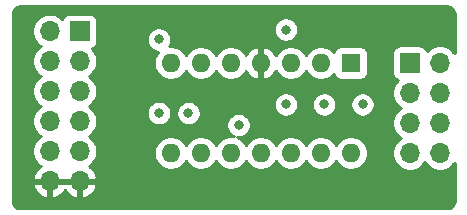
<source format=gbr>
G04 #@! TF.GenerationSoftware,KiCad,Pcbnew,5.1.10-1.fc33*
G04 #@! TF.CreationDate,2021-10-10T15:30:15-05:00*
G04 #@! TF.ProjectId,dac_pmod,6461635f-706d-46f6-942e-6b696361645f,A*
G04 #@! TF.SameCoordinates,Original*
G04 #@! TF.FileFunction,Copper,L3,Inr*
G04 #@! TF.FilePolarity,Positive*
%FSLAX46Y46*%
G04 Gerber Fmt 4.6, Leading zero omitted, Abs format (unit mm)*
G04 Created by KiCad (PCBNEW 5.1.10-1.fc33) date 2021-10-10 15:30:15*
%MOMM*%
%LPD*%
G01*
G04 APERTURE LIST*
G04 #@! TA.AperFunction,ComponentPad*
%ADD10O,1.600000X1.600000*%
G04 #@! TD*
G04 #@! TA.AperFunction,ComponentPad*
%ADD11R,1.600000X1.600000*%
G04 #@! TD*
G04 #@! TA.AperFunction,ComponentPad*
%ADD12O,1.700000X1.700000*%
G04 #@! TD*
G04 #@! TA.AperFunction,ComponentPad*
%ADD13R,1.700000X1.700000*%
G04 #@! TD*
G04 #@! TA.AperFunction,ViaPad*
%ADD14C,0.800000*%
G04 #@! TD*
G04 #@! TA.AperFunction,Conductor*
%ADD15C,0.254000*%
G04 #@! TD*
G04 #@! TA.AperFunction,Conductor*
%ADD16C,0.100000*%
G04 #@! TD*
G04 APERTURE END LIST*
D10*
X153750000Y-95620000D03*
X138510000Y-88000000D03*
X151210000Y-95620000D03*
X141050000Y-88000000D03*
X148670000Y-95620000D03*
X143590000Y-88000000D03*
X146130000Y-95620000D03*
X146130000Y-88000000D03*
X143590000Y-95620000D03*
X148670000Y-88000000D03*
X141050000Y-95620000D03*
X151210000Y-88000000D03*
X138510000Y-95620000D03*
D11*
X153750000Y-88000000D03*
D12*
X161290000Y-95620000D03*
X158750000Y-95620000D03*
X161290000Y-93080000D03*
X158750000Y-93080000D03*
X161290000Y-90540000D03*
X158750000Y-90540000D03*
X161290000Y-88000000D03*
D13*
X158750000Y-88000000D03*
D12*
X128255000Y-98005000D03*
X130795000Y-98005000D03*
X128255000Y-95465000D03*
X130795000Y-95465000D03*
X128255000Y-92925000D03*
X130795000Y-92925000D03*
X128255000Y-90385000D03*
X130795000Y-90385000D03*
X128255000Y-87845000D03*
X130795000Y-87845000D03*
X128255000Y-85305000D03*
D13*
X130795000Y-85305000D03*
D14*
X137500000Y-86000000D03*
X137500000Y-92250000D03*
X140000000Y-92250000D03*
X144250000Y-93250000D03*
X148250000Y-91500000D03*
X151500000Y-91500000D03*
X154750000Y-91500000D03*
X148250000Y-85175000D03*
D15*
X162042869Y-83224722D02*
X162156246Y-83258953D01*
X162260819Y-83314555D01*
X162352596Y-83389407D01*
X162428091Y-83480664D01*
X162484419Y-83584844D01*
X162519440Y-83697976D01*
X162535001Y-83846031D01*
X162535001Y-87190346D01*
X162443475Y-87053368D01*
X162236632Y-86846525D01*
X161993411Y-86684010D01*
X161723158Y-86572068D01*
X161436260Y-86515000D01*
X161143740Y-86515000D01*
X160856842Y-86572068D01*
X160586589Y-86684010D01*
X160343368Y-86846525D01*
X160211513Y-86978380D01*
X160189502Y-86905820D01*
X160130537Y-86795506D01*
X160051185Y-86698815D01*
X159954494Y-86619463D01*
X159844180Y-86560498D01*
X159724482Y-86524188D01*
X159600000Y-86511928D01*
X157900000Y-86511928D01*
X157775518Y-86524188D01*
X157655820Y-86560498D01*
X157545506Y-86619463D01*
X157448815Y-86698815D01*
X157369463Y-86795506D01*
X157310498Y-86905820D01*
X157274188Y-87025518D01*
X157261928Y-87150000D01*
X157261928Y-88850000D01*
X157274188Y-88974482D01*
X157310498Y-89094180D01*
X157369463Y-89204494D01*
X157448815Y-89301185D01*
X157545506Y-89380537D01*
X157655820Y-89439502D01*
X157728380Y-89461513D01*
X157596525Y-89593368D01*
X157434010Y-89836589D01*
X157322068Y-90106842D01*
X157265000Y-90393740D01*
X157265000Y-90686260D01*
X157322068Y-90973158D01*
X157434010Y-91243411D01*
X157596525Y-91486632D01*
X157803368Y-91693475D01*
X157977760Y-91810000D01*
X157803368Y-91926525D01*
X157596525Y-92133368D01*
X157434010Y-92376589D01*
X157322068Y-92646842D01*
X157265000Y-92933740D01*
X157265000Y-93226260D01*
X157322068Y-93513158D01*
X157434010Y-93783411D01*
X157596525Y-94026632D01*
X157803368Y-94233475D01*
X157977760Y-94350000D01*
X157803368Y-94466525D01*
X157596525Y-94673368D01*
X157434010Y-94916589D01*
X157322068Y-95186842D01*
X157265000Y-95473740D01*
X157265000Y-95766260D01*
X157322068Y-96053158D01*
X157434010Y-96323411D01*
X157596525Y-96566632D01*
X157803368Y-96773475D01*
X158046589Y-96935990D01*
X158316842Y-97047932D01*
X158603740Y-97105000D01*
X158896260Y-97105000D01*
X159183158Y-97047932D01*
X159453411Y-96935990D01*
X159696632Y-96773475D01*
X159903475Y-96566632D01*
X160020000Y-96392240D01*
X160136525Y-96566632D01*
X160343368Y-96773475D01*
X160586589Y-96935990D01*
X160856842Y-97047932D01*
X161143740Y-97105000D01*
X161436260Y-97105000D01*
X161723158Y-97047932D01*
X161993411Y-96935990D01*
X162236632Y-96773475D01*
X162443475Y-96566632D01*
X162535000Y-96429655D01*
X162535000Y-99662721D01*
X162520278Y-99812869D01*
X162486047Y-99926246D01*
X162430446Y-100030817D01*
X162355594Y-100122595D01*
X162264335Y-100198091D01*
X162160160Y-100254419D01*
X162047024Y-100289440D01*
X161898979Y-100305000D01*
X125762279Y-100305000D01*
X125612131Y-100290278D01*
X125498754Y-100256047D01*
X125394183Y-100200446D01*
X125302405Y-100125594D01*
X125226909Y-100034335D01*
X125170581Y-99930160D01*
X125135560Y-99817024D01*
X125120000Y-99668979D01*
X125120000Y-98361890D01*
X126813524Y-98361890D01*
X126858175Y-98509099D01*
X126983359Y-98771920D01*
X127157412Y-99005269D01*
X127373645Y-99200178D01*
X127623748Y-99349157D01*
X127898109Y-99446481D01*
X128128000Y-99325814D01*
X128128000Y-98132000D01*
X128382000Y-98132000D01*
X128382000Y-99325814D01*
X128611891Y-99446481D01*
X128886252Y-99349157D01*
X129136355Y-99200178D01*
X129352588Y-99005269D01*
X129525000Y-98774120D01*
X129697412Y-99005269D01*
X129913645Y-99200178D01*
X130163748Y-99349157D01*
X130438109Y-99446481D01*
X130668000Y-99325814D01*
X130668000Y-98132000D01*
X130922000Y-98132000D01*
X130922000Y-99325814D01*
X131151891Y-99446481D01*
X131426252Y-99349157D01*
X131676355Y-99200178D01*
X131892588Y-99005269D01*
X132066641Y-98771920D01*
X132191825Y-98509099D01*
X132236476Y-98361890D01*
X132115155Y-98132000D01*
X130922000Y-98132000D01*
X130668000Y-98132000D01*
X128382000Y-98132000D01*
X128128000Y-98132000D01*
X126934845Y-98132000D01*
X126813524Y-98361890D01*
X125120000Y-98361890D01*
X125120000Y-85158740D01*
X126770000Y-85158740D01*
X126770000Y-85451260D01*
X126827068Y-85738158D01*
X126939010Y-86008411D01*
X127101525Y-86251632D01*
X127308368Y-86458475D01*
X127482760Y-86575000D01*
X127308368Y-86691525D01*
X127101525Y-86898368D01*
X126939010Y-87141589D01*
X126827068Y-87411842D01*
X126770000Y-87698740D01*
X126770000Y-87991260D01*
X126827068Y-88278158D01*
X126939010Y-88548411D01*
X127101525Y-88791632D01*
X127308368Y-88998475D01*
X127482760Y-89115000D01*
X127308368Y-89231525D01*
X127101525Y-89438368D01*
X126939010Y-89681589D01*
X126827068Y-89951842D01*
X126770000Y-90238740D01*
X126770000Y-90531260D01*
X126827068Y-90818158D01*
X126939010Y-91088411D01*
X127101525Y-91331632D01*
X127308368Y-91538475D01*
X127482760Y-91655000D01*
X127308368Y-91771525D01*
X127101525Y-91978368D01*
X126939010Y-92221589D01*
X126827068Y-92491842D01*
X126770000Y-92778740D01*
X126770000Y-93071260D01*
X126827068Y-93358158D01*
X126939010Y-93628411D01*
X127101525Y-93871632D01*
X127308368Y-94078475D01*
X127482760Y-94195000D01*
X127308368Y-94311525D01*
X127101525Y-94518368D01*
X126939010Y-94761589D01*
X126827068Y-95031842D01*
X126770000Y-95318740D01*
X126770000Y-95611260D01*
X126827068Y-95898158D01*
X126939010Y-96168411D01*
X127101525Y-96411632D01*
X127308368Y-96618475D01*
X127490534Y-96740195D01*
X127373645Y-96809822D01*
X127157412Y-97004731D01*
X126983359Y-97238080D01*
X126858175Y-97500901D01*
X126813524Y-97648110D01*
X126934845Y-97878000D01*
X128128000Y-97878000D01*
X128128000Y-97858000D01*
X128382000Y-97858000D01*
X128382000Y-97878000D01*
X130668000Y-97878000D01*
X130668000Y-97858000D01*
X130922000Y-97858000D01*
X130922000Y-97878000D01*
X132115155Y-97878000D01*
X132236476Y-97648110D01*
X132191825Y-97500901D01*
X132066641Y-97238080D01*
X131892588Y-97004731D01*
X131676355Y-96809822D01*
X131559466Y-96740195D01*
X131741632Y-96618475D01*
X131948475Y-96411632D01*
X132110990Y-96168411D01*
X132222932Y-95898158D01*
X132280000Y-95611260D01*
X132280000Y-95478665D01*
X137075000Y-95478665D01*
X137075000Y-95761335D01*
X137130147Y-96038574D01*
X137238320Y-96299727D01*
X137395363Y-96534759D01*
X137595241Y-96734637D01*
X137830273Y-96891680D01*
X138091426Y-96999853D01*
X138368665Y-97055000D01*
X138651335Y-97055000D01*
X138928574Y-96999853D01*
X139189727Y-96891680D01*
X139424759Y-96734637D01*
X139624637Y-96534759D01*
X139780000Y-96302241D01*
X139935363Y-96534759D01*
X140135241Y-96734637D01*
X140370273Y-96891680D01*
X140631426Y-96999853D01*
X140908665Y-97055000D01*
X141191335Y-97055000D01*
X141468574Y-96999853D01*
X141729727Y-96891680D01*
X141964759Y-96734637D01*
X142164637Y-96534759D01*
X142320000Y-96302241D01*
X142475363Y-96534759D01*
X142675241Y-96734637D01*
X142910273Y-96891680D01*
X143171426Y-96999853D01*
X143448665Y-97055000D01*
X143731335Y-97055000D01*
X144008574Y-96999853D01*
X144269727Y-96891680D01*
X144504759Y-96734637D01*
X144704637Y-96534759D01*
X144860000Y-96302241D01*
X145015363Y-96534759D01*
X145215241Y-96734637D01*
X145450273Y-96891680D01*
X145711426Y-96999853D01*
X145988665Y-97055000D01*
X146271335Y-97055000D01*
X146548574Y-96999853D01*
X146809727Y-96891680D01*
X147044759Y-96734637D01*
X147244637Y-96534759D01*
X147400000Y-96302241D01*
X147555363Y-96534759D01*
X147755241Y-96734637D01*
X147990273Y-96891680D01*
X148251426Y-96999853D01*
X148528665Y-97055000D01*
X148811335Y-97055000D01*
X149088574Y-96999853D01*
X149349727Y-96891680D01*
X149584759Y-96734637D01*
X149784637Y-96534759D01*
X149940000Y-96302241D01*
X150095363Y-96534759D01*
X150295241Y-96734637D01*
X150530273Y-96891680D01*
X150791426Y-96999853D01*
X151068665Y-97055000D01*
X151351335Y-97055000D01*
X151628574Y-96999853D01*
X151889727Y-96891680D01*
X152124759Y-96734637D01*
X152324637Y-96534759D01*
X152480000Y-96302241D01*
X152635363Y-96534759D01*
X152835241Y-96734637D01*
X153070273Y-96891680D01*
X153331426Y-96999853D01*
X153608665Y-97055000D01*
X153891335Y-97055000D01*
X154168574Y-96999853D01*
X154429727Y-96891680D01*
X154664759Y-96734637D01*
X154864637Y-96534759D01*
X155021680Y-96299727D01*
X155129853Y-96038574D01*
X155185000Y-95761335D01*
X155185000Y-95478665D01*
X155129853Y-95201426D01*
X155021680Y-94940273D01*
X154864637Y-94705241D01*
X154664759Y-94505363D01*
X154429727Y-94348320D01*
X154168574Y-94240147D01*
X153891335Y-94185000D01*
X153608665Y-94185000D01*
X153331426Y-94240147D01*
X153070273Y-94348320D01*
X152835241Y-94505363D01*
X152635363Y-94705241D01*
X152480000Y-94937759D01*
X152324637Y-94705241D01*
X152124759Y-94505363D01*
X151889727Y-94348320D01*
X151628574Y-94240147D01*
X151351335Y-94185000D01*
X151068665Y-94185000D01*
X150791426Y-94240147D01*
X150530273Y-94348320D01*
X150295241Y-94505363D01*
X150095363Y-94705241D01*
X149940000Y-94937759D01*
X149784637Y-94705241D01*
X149584759Y-94505363D01*
X149349727Y-94348320D01*
X149088574Y-94240147D01*
X148811335Y-94185000D01*
X148528665Y-94185000D01*
X148251426Y-94240147D01*
X147990273Y-94348320D01*
X147755241Y-94505363D01*
X147555363Y-94705241D01*
X147400000Y-94937759D01*
X147244637Y-94705241D01*
X147044759Y-94505363D01*
X146809727Y-94348320D01*
X146548574Y-94240147D01*
X146271335Y-94185000D01*
X145988665Y-94185000D01*
X145711426Y-94240147D01*
X145450273Y-94348320D01*
X145215241Y-94505363D01*
X145015363Y-94705241D01*
X144860000Y-94937759D01*
X144704637Y-94705241D01*
X144504759Y-94505363D01*
X144269727Y-94348320D01*
X144088032Y-94273060D01*
X144148061Y-94285000D01*
X144351939Y-94285000D01*
X144551898Y-94245226D01*
X144740256Y-94167205D01*
X144909774Y-94053937D01*
X145053937Y-93909774D01*
X145167205Y-93740256D01*
X145245226Y-93551898D01*
X145285000Y-93351939D01*
X145285000Y-93148061D01*
X145245226Y-92948102D01*
X145167205Y-92759744D01*
X145053937Y-92590226D01*
X144909774Y-92446063D01*
X144740256Y-92332795D01*
X144551898Y-92254774D01*
X144351939Y-92215000D01*
X144148061Y-92215000D01*
X143948102Y-92254774D01*
X143759744Y-92332795D01*
X143590226Y-92446063D01*
X143446063Y-92590226D01*
X143332795Y-92759744D01*
X143254774Y-92948102D01*
X143215000Y-93148061D01*
X143215000Y-93351939D01*
X143254774Y-93551898D01*
X143332795Y-93740256D01*
X143446063Y-93909774D01*
X143590226Y-94053937D01*
X143759744Y-94167205D01*
X143868642Y-94212312D01*
X143731335Y-94185000D01*
X143448665Y-94185000D01*
X143171426Y-94240147D01*
X142910273Y-94348320D01*
X142675241Y-94505363D01*
X142475363Y-94705241D01*
X142320000Y-94937759D01*
X142164637Y-94705241D01*
X141964759Y-94505363D01*
X141729727Y-94348320D01*
X141468574Y-94240147D01*
X141191335Y-94185000D01*
X140908665Y-94185000D01*
X140631426Y-94240147D01*
X140370273Y-94348320D01*
X140135241Y-94505363D01*
X139935363Y-94705241D01*
X139780000Y-94937759D01*
X139624637Y-94705241D01*
X139424759Y-94505363D01*
X139189727Y-94348320D01*
X138928574Y-94240147D01*
X138651335Y-94185000D01*
X138368665Y-94185000D01*
X138091426Y-94240147D01*
X137830273Y-94348320D01*
X137595241Y-94505363D01*
X137395363Y-94705241D01*
X137238320Y-94940273D01*
X137130147Y-95201426D01*
X137075000Y-95478665D01*
X132280000Y-95478665D01*
X132280000Y-95318740D01*
X132222932Y-95031842D01*
X132110990Y-94761589D01*
X131948475Y-94518368D01*
X131741632Y-94311525D01*
X131567240Y-94195000D01*
X131741632Y-94078475D01*
X131948475Y-93871632D01*
X132110990Y-93628411D01*
X132222932Y-93358158D01*
X132280000Y-93071260D01*
X132280000Y-92778740D01*
X132222932Y-92491842D01*
X132110990Y-92221589D01*
X132061861Y-92148061D01*
X136465000Y-92148061D01*
X136465000Y-92351939D01*
X136504774Y-92551898D01*
X136582795Y-92740256D01*
X136696063Y-92909774D01*
X136840226Y-93053937D01*
X137009744Y-93167205D01*
X137198102Y-93245226D01*
X137398061Y-93285000D01*
X137601939Y-93285000D01*
X137801898Y-93245226D01*
X137990256Y-93167205D01*
X138159774Y-93053937D01*
X138303937Y-92909774D01*
X138417205Y-92740256D01*
X138495226Y-92551898D01*
X138535000Y-92351939D01*
X138535000Y-92148061D01*
X138965000Y-92148061D01*
X138965000Y-92351939D01*
X139004774Y-92551898D01*
X139082795Y-92740256D01*
X139196063Y-92909774D01*
X139340226Y-93053937D01*
X139509744Y-93167205D01*
X139698102Y-93245226D01*
X139898061Y-93285000D01*
X140101939Y-93285000D01*
X140301898Y-93245226D01*
X140490256Y-93167205D01*
X140659774Y-93053937D01*
X140803937Y-92909774D01*
X140917205Y-92740256D01*
X140995226Y-92551898D01*
X141035000Y-92351939D01*
X141035000Y-92148061D01*
X140995226Y-91948102D01*
X140917205Y-91759744D01*
X140803937Y-91590226D01*
X140659774Y-91446063D01*
X140587934Y-91398061D01*
X147215000Y-91398061D01*
X147215000Y-91601939D01*
X147254774Y-91801898D01*
X147332795Y-91990256D01*
X147446063Y-92159774D01*
X147590226Y-92303937D01*
X147759744Y-92417205D01*
X147948102Y-92495226D01*
X148148061Y-92535000D01*
X148351939Y-92535000D01*
X148551898Y-92495226D01*
X148740256Y-92417205D01*
X148909774Y-92303937D01*
X149053937Y-92159774D01*
X149167205Y-91990256D01*
X149245226Y-91801898D01*
X149285000Y-91601939D01*
X149285000Y-91398061D01*
X150465000Y-91398061D01*
X150465000Y-91601939D01*
X150504774Y-91801898D01*
X150582795Y-91990256D01*
X150696063Y-92159774D01*
X150840226Y-92303937D01*
X151009744Y-92417205D01*
X151198102Y-92495226D01*
X151398061Y-92535000D01*
X151601939Y-92535000D01*
X151801898Y-92495226D01*
X151990256Y-92417205D01*
X152159774Y-92303937D01*
X152303937Y-92159774D01*
X152417205Y-91990256D01*
X152495226Y-91801898D01*
X152535000Y-91601939D01*
X152535000Y-91398061D01*
X153715000Y-91398061D01*
X153715000Y-91601939D01*
X153754774Y-91801898D01*
X153832795Y-91990256D01*
X153946063Y-92159774D01*
X154090226Y-92303937D01*
X154259744Y-92417205D01*
X154448102Y-92495226D01*
X154648061Y-92535000D01*
X154851939Y-92535000D01*
X155051898Y-92495226D01*
X155240256Y-92417205D01*
X155409774Y-92303937D01*
X155553937Y-92159774D01*
X155667205Y-91990256D01*
X155745226Y-91801898D01*
X155785000Y-91601939D01*
X155785000Y-91398061D01*
X155745226Y-91198102D01*
X155667205Y-91009744D01*
X155553937Y-90840226D01*
X155409774Y-90696063D01*
X155240256Y-90582795D01*
X155051898Y-90504774D01*
X154851939Y-90465000D01*
X154648061Y-90465000D01*
X154448102Y-90504774D01*
X154259744Y-90582795D01*
X154090226Y-90696063D01*
X153946063Y-90840226D01*
X153832795Y-91009744D01*
X153754774Y-91198102D01*
X153715000Y-91398061D01*
X152535000Y-91398061D01*
X152495226Y-91198102D01*
X152417205Y-91009744D01*
X152303937Y-90840226D01*
X152159774Y-90696063D01*
X151990256Y-90582795D01*
X151801898Y-90504774D01*
X151601939Y-90465000D01*
X151398061Y-90465000D01*
X151198102Y-90504774D01*
X151009744Y-90582795D01*
X150840226Y-90696063D01*
X150696063Y-90840226D01*
X150582795Y-91009744D01*
X150504774Y-91198102D01*
X150465000Y-91398061D01*
X149285000Y-91398061D01*
X149245226Y-91198102D01*
X149167205Y-91009744D01*
X149053937Y-90840226D01*
X148909774Y-90696063D01*
X148740256Y-90582795D01*
X148551898Y-90504774D01*
X148351939Y-90465000D01*
X148148061Y-90465000D01*
X147948102Y-90504774D01*
X147759744Y-90582795D01*
X147590226Y-90696063D01*
X147446063Y-90840226D01*
X147332795Y-91009744D01*
X147254774Y-91198102D01*
X147215000Y-91398061D01*
X140587934Y-91398061D01*
X140490256Y-91332795D01*
X140301898Y-91254774D01*
X140101939Y-91215000D01*
X139898061Y-91215000D01*
X139698102Y-91254774D01*
X139509744Y-91332795D01*
X139340226Y-91446063D01*
X139196063Y-91590226D01*
X139082795Y-91759744D01*
X139004774Y-91948102D01*
X138965000Y-92148061D01*
X138535000Y-92148061D01*
X138495226Y-91948102D01*
X138417205Y-91759744D01*
X138303937Y-91590226D01*
X138159774Y-91446063D01*
X137990256Y-91332795D01*
X137801898Y-91254774D01*
X137601939Y-91215000D01*
X137398061Y-91215000D01*
X137198102Y-91254774D01*
X137009744Y-91332795D01*
X136840226Y-91446063D01*
X136696063Y-91590226D01*
X136582795Y-91759744D01*
X136504774Y-91948102D01*
X136465000Y-92148061D01*
X132061861Y-92148061D01*
X131948475Y-91978368D01*
X131741632Y-91771525D01*
X131567240Y-91655000D01*
X131741632Y-91538475D01*
X131948475Y-91331632D01*
X132110990Y-91088411D01*
X132222932Y-90818158D01*
X132280000Y-90531260D01*
X132280000Y-90238740D01*
X132222932Y-89951842D01*
X132110990Y-89681589D01*
X131948475Y-89438368D01*
X131741632Y-89231525D01*
X131567240Y-89115000D01*
X131741632Y-88998475D01*
X131948475Y-88791632D01*
X132110990Y-88548411D01*
X132222932Y-88278158D01*
X132280000Y-87991260D01*
X132280000Y-87698740D01*
X132222932Y-87411842D01*
X132110990Y-87141589D01*
X131948475Y-86898368D01*
X131816620Y-86766513D01*
X131889180Y-86744502D01*
X131999494Y-86685537D01*
X132096185Y-86606185D01*
X132175537Y-86509494D01*
X132234502Y-86399180D01*
X132270812Y-86279482D01*
X132283072Y-86155000D01*
X132283072Y-85898061D01*
X136465000Y-85898061D01*
X136465000Y-86101939D01*
X136504774Y-86301898D01*
X136582795Y-86490256D01*
X136696063Y-86659774D01*
X136840226Y-86803937D01*
X137009744Y-86917205D01*
X137198102Y-86995226D01*
X137398061Y-87035000D01*
X137445604Y-87035000D01*
X137395363Y-87085241D01*
X137238320Y-87320273D01*
X137130147Y-87581426D01*
X137075000Y-87858665D01*
X137075000Y-88141335D01*
X137130147Y-88418574D01*
X137238320Y-88679727D01*
X137395363Y-88914759D01*
X137595241Y-89114637D01*
X137830273Y-89271680D01*
X138091426Y-89379853D01*
X138368665Y-89435000D01*
X138651335Y-89435000D01*
X138928574Y-89379853D01*
X139189727Y-89271680D01*
X139424759Y-89114637D01*
X139624637Y-88914759D01*
X139780000Y-88682241D01*
X139935363Y-88914759D01*
X140135241Y-89114637D01*
X140370273Y-89271680D01*
X140631426Y-89379853D01*
X140908665Y-89435000D01*
X141191335Y-89435000D01*
X141468574Y-89379853D01*
X141729727Y-89271680D01*
X141964759Y-89114637D01*
X142164637Y-88914759D01*
X142320000Y-88682241D01*
X142475363Y-88914759D01*
X142675241Y-89114637D01*
X142910273Y-89271680D01*
X143171426Y-89379853D01*
X143448665Y-89435000D01*
X143731335Y-89435000D01*
X144008574Y-89379853D01*
X144269727Y-89271680D01*
X144504759Y-89114637D01*
X144704637Y-88914759D01*
X144861680Y-88679727D01*
X144866067Y-88669135D01*
X144977615Y-88855131D01*
X145166586Y-89063519D01*
X145392580Y-89231037D01*
X145646913Y-89351246D01*
X145780961Y-89391904D01*
X146003000Y-89269915D01*
X146003000Y-88127000D01*
X145983000Y-88127000D01*
X145983000Y-87873000D01*
X146003000Y-87873000D01*
X146003000Y-86730085D01*
X146257000Y-86730085D01*
X146257000Y-87873000D01*
X146277000Y-87873000D01*
X146277000Y-88127000D01*
X146257000Y-88127000D01*
X146257000Y-89269915D01*
X146479039Y-89391904D01*
X146613087Y-89351246D01*
X146867420Y-89231037D01*
X147093414Y-89063519D01*
X147282385Y-88855131D01*
X147393933Y-88669135D01*
X147398320Y-88679727D01*
X147555363Y-88914759D01*
X147755241Y-89114637D01*
X147990273Y-89271680D01*
X148251426Y-89379853D01*
X148528665Y-89435000D01*
X148811335Y-89435000D01*
X149088574Y-89379853D01*
X149349727Y-89271680D01*
X149584759Y-89114637D01*
X149784637Y-88914759D01*
X149940000Y-88682241D01*
X150095363Y-88914759D01*
X150295241Y-89114637D01*
X150530273Y-89271680D01*
X150791426Y-89379853D01*
X151068665Y-89435000D01*
X151351335Y-89435000D01*
X151628574Y-89379853D01*
X151889727Y-89271680D01*
X152124759Y-89114637D01*
X152323357Y-88916039D01*
X152324188Y-88924482D01*
X152360498Y-89044180D01*
X152419463Y-89154494D01*
X152498815Y-89251185D01*
X152595506Y-89330537D01*
X152705820Y-89389502D01*
X152825518Y-89425812D01*
X152950000Y-89438072D01*
X154550000Y-89438072D01*
X154674482Y-89425812D01*
X154794180Y-89389502D01*
X154904494Y-89330537D01*
X155001185Y-89251185D01*
X155080537Y-89154494D01*
X155139502Y-89044180D01*
X155175812Y-88924482D01*
X155188072Y-88800000D01*
X155188072Y-87200000D01*
X155175812Y-87075518D01*
X155139502Y-86955820D01*
X155080537Y-86845506D01*
X155001185Y-86748815D01*
X154904494Y-86669463D01*
X154794180Y-86610498D01*
X154674482Y-86574188D01*
X154550000Y-86561928D01*
X152950000Y-86561928D01*
X152825518Y-86574188D01*
X152705820Y-86610498D01*
X152595506Y-86669463D01*
X152498815Y-86748815D01*
X152419463Y-86845506D01*
X152360498Y-86955820D01*
X152324188Y-87075518D01*
X152323357Y-87083961D01*
X152124759Y-86885363D01*
X151889727Y-86728320D01*
X151628574Y-86620147D01*
X151351335Y-86565000D01*
X151068665Y-86565000D01*
X150791426Y-86620147D01*
X150530273Y-86728320D01*
X150295241Y-86885363D01*
X150095363Y-87085241D01*
X149940000Y-87317759D01*
X149784637Y-87085241D01*
X149584759Y-86885363D01*
X149349727Y-86728320D01*
X149088574Y-86620147D01*
X148811335Y-86565000D01*
X148528665Y-86565000D01*
X148251426Y-86620147D01*
X147990273Y-86728320D01*
X147755241Y-86885363D01*
X147555363Y-87085241D01*
X147398320Y-87320273D01*
X147393933Y-87330865D01*
X147282385Y-87144869D01*
X147093414Y-86936481D01*
X146867420Y-86768963D01*
X146613087Y-86648754D01*
X146479039Y-86608096D01*
X146257000Y-86730085D01*
X146003000Y-86730085D01*
X145780961Y-86608096D01*
X145646913Y-86648754D01*
X145392580Y-86768963D01*
X145166586Y-86936481D01*
X144977615Y-87144869D01*
X144866067Y-87330865D01*
X144861680Y-87320273D01*
X144704637Y-87085241D01*
X144504759Y-86885363D01*
X144269727Y-86728320D01*
X144008574Y-86620147D01*
X143731335Y-86565000D01*
X143448665Y-86565000D01*
X143171426Y-86620147D01*
X142910273Y-86728320D01*
X142675241Y-86885363D01*
X142475363Y-87085241D01*
X142320000Y-87317759D01*
X142164637Y-87085241D01*
X141964759Y-86885363D01*
X141729727Y-86728320D01*
X141468574Y-86620147D01*
X141191335Y-86565000D01*
X140908665Y-86565000D01*
X140631426Y-86620147D01*
X140370273Y-86728320D01*
X140135241Y-86885363D01*
X139935363Y-87085241D01*
X139780000Y-87317759D01*
X139624637Y-87085241D01*
X139424759Y-86885363D01*
X139189727Y-86728320D01*
X138928574Y-86620147D01*
X138651335Y-86565000D01*
X138368665Y-86565000D01*
X138367048Y-86565322D01*
X138417205Y-86490256D01*
X138495226Y-86301898D01*
X138535000Y-86101939D01*
X138535000Y-85898061D01*
X138495226Y-85698102D01*
X138417205Y-85509744D01*
X138303937Y-85340226D01*
X138159774Y-85196063D01*
X137990256Y-85082795D01*
X137966757Y-85073061D01*
X147215000Y-85073061D01*
X147215000Y-85276939D01*
X147254774Y-85476898D01*
X147332795Y-85665256D01*
X147446063Y-85834774D01*
X147590226Y-85978937D01*
X147759744Y-86092205D01*
X147948102Y-86170226D01*
X148148061Y-86210000D01*
X148351939Y-86210000D01*
X148551898Y-86170226D01*
X148740256Y-86092205D01*
X148909774Y-85978937D01*
X149053937Y-85834774D01*
X149167205Y-85665256D01*
X149245226Y-85476898D01*
X149285000Y-85276939D01*
X149285000Y-85073061D01*
X149245226Y-84873102D01*
X149167205Y-84684744D01*
X149053937Y-84515226D01*
X148909774Y-84371063D01*
X148740256Y-84257795D01*
X148551898Y-84179774D01*
X148351939Y-84140000D01*
X148148061Y-84140000D01*
X147948102Y-84179774D01*
X147759744Y-84257795D01*
X147590226Y-84371063D01*
X147446063Y-84515226D01*
X147332795Y-84684744D01*
X147254774Y-84873102D01*
X147215000Y-85073061D01*
X137966757Y-85073061D01*
X137801898Y-85004774D01*
X137601939Y-84965000D01*
X137398061Y-84965000D01*
X137198102Y-85004774D01*
X137009744Y-85082795D01*
X136840226Y-85196063D01*
X136696063Y-85340226D01*
X136582795Y-85509744D01*
X136504774Y-85698102D01*
X136465000Y-85898061D01*
X132283072Y-85898061D01*
X132283072Y-84455000D01*
X132270812Y-84330518D01*
X132234502Y-84210820D01*
X132175537Y-84100506D01*
X132096185Y-84003815D01*
X131999494Y-83924463D01*
X131889180Y-83865498D01*
X131769482Y-83829188D01*
X131645000Y-83816928D01*
X129945000Y-83816928D01*
X129820518Y-83829188D01*
X129700820Y-83865498D01*
X129590506Y-83924463D01*
X129493815Y-84003815D01*
X129414463Y-84100506D01*
X129355498Y-84210820D01*
X129333487Y-84283380D01*
X129201632Y-84151525D01*
X128958411Y-83989010D01*
X128688158Y-83877068D01*
X128401260Y-83820000D01*
X128108740Y-83820000D01*
X127821842Y-83877068D01*
X127551589Y-83989010D01*
X127308368Y-84151525D01*
X127101525Y-84358368D01*
X126939010Y-84601589D01*
X126827068Y-84871842D01*
X126770000Y-85158740D01*
X125120000Y-85158740D01*
X125120000Y-83852279D01*
X125134722Y-83702131D01*
X125168953Y-83588754D01*
X125224555Y-83484181D01*
X125299407Y-83392404D01*
X125390664Y-83316909D01*
X125494844Y-83260581D01*
X125607976Y-83225560D01*
X125756022Y-83210000D01*
X161892721Y-83210000D01*
X162042869Y-83224722D01*
G04 #@! TA.AperFunction,Conductor*
D16*
G36*
X162042869Y-83224722D02*
G01*
X162156246Y-83258953D01*
X162260819Y-83314555D01*
X162352596Y-83389407D01*
X162428091Y-83480664D01*
X162484419Y-83584844D01*
X162519440Y-83697976D01*
X162535001Y-83846031D01*
X162535001Y-87190346D01*
X162443475Y-87053368D01*
X162236632Y-86846525D01*
X161993411Y-86684010D01*
X161723158Y-86572068D01*
X161436260Y-86515000D01*
X161143740Y-86515000D01*
X160856842Y-86572068D01*
X160586589Y-86684010D01*
X160343368Y-86846525D01*
X160211513Y-86978380D01*
X160189502Y-86905820D01*
X160130537Y-86795506D01*
X160051185Y-86698815D01*
X159954494Y-86619463D01*
X159844180Y-86560498D01*
X159724482Y-86524188D01*
X159600000Y-86511928D01*
X157900000Y-86511928D01*
X157775518Y-86524188D01*
X157655820Y-86560498D01*
X157545506Y-86619463D01*
X157448815Y-86698815D01*
X157369463Y-86795506D01*
X157310498Y-86905820D01*
X157274188Y-87025518D01*
X157261928Y-87150000D01*
X157261928Y-88850000D01*
X157274188Y-88974482D01*
X157310498Y-89094180D01*
X157369463Y-89204494D01*
X157448815Y-89301185D01*
X157545506Y-89380537D01*
X157655820Y-89439502D01*
X157728380Y-89461513D01*
X157596525Y-89593368D01*
X157434010Y-89836589D01*
X157322068Y-90106842D01*
X157265000Y-90393740D01*
X157265000Y-90686260D01*
X157322068Y-90973158D01*
X157434010Y-91243411D01*
X157596525Y-91486632D01*
X157803368Y-91693475D01*
X157977760Y-91810000D01*
X157803368Y-91926525D01*
X157596525Y-92133368D01*
X157434010Y-92376589D01*
X157322068Y-92646842D01*
X157265000Y-92933740D01*
X157265000Y-93226260D01*
X157322068Y-93513158D01*
X157434010Y-93783411D01*
X157596525Y-94026632D01*
X157803368Y-94233475D01*
X157977760Y-94350000D01*
X157803368Y-94466525D01*
X157596525Y-94673368D01*
X157434010Y-94916589D01*
X157322068Y-95186842D01*
X157265000Y-95473740D01*
X157265000Y-95766260D01*
X157322068Y-96053158D01*
X157434010Y-96323411D01*
X157596525Y-96566632D01*
X157803368Y-96773475D01*
X158046589Y-96935990D01*
X158316842Y-97047932D01*
X158603740Y-97105000D01*
X158896260Y-97105000D01*
X159183158Y-97047932D01*
X159453411Y-96935990D01*
X159696632Y-96773475D01*
X159903475Y-96566632D01*
X160020000Y-96392240D01*
X160136525Y-96566632D01*
X160343368Y-96773475D01*
X160586589Y-96935990D01*
X160856842Y-97047932D01*
X161143740Y-97105000D01*
X161436260Y-97105000D01*
X161723158Y-97047932D01*
X161993411Y-96935990D01*
X162236632Y-96773475D01*
X162443475Y-96566632D01*
X162535000Y-96429655D01*
X162535000Y-99662721D01*
X162520278Y-99812869D01*
X162486047Y-99926246D01*
X162430446Y-100030817D01*
X162355594Y-100122595D01*
X162264335Y-100198091D01*
X162160160Y-100254419D01*
X162047024Y-100289440D01*
X161898979Y-100305000D01*
X125762279Y-100305000D01*
X125612131Y-100290278D01*
X125498754Y-100256047D01*
X125394183Y-100200446D01*
X125302405Y-100125594D01*
X125226909Y-100034335D01*
X125170581Y-99930160D01*
X125135560Y-99817024D01*
X125120000Y-99668979D01*
X125120000Y-98361890D01*
X126813524Y-98361890D01*
X126858175Y-98509099D01*
X126983359Y-98771920D01*
X127157412Y-99005269D01*
X127373645Y-99200178D01*
X127623748Y-99349157D01*
X127898109Y-99446481D01*
X128128000Y-99325814D01*
X128128000Y-98132000D01*
X128382000Y-98132000D01*
X128382000Y-99325814D01*
X128611891Y-99446481D01*
X128886252Y-99349157D01*
X129136355Y-99200178D01*
X129352588Y-99005269D01*
X129525000Y-98774120D01*
X129697412Y-99005269D01*
X129913645Y-99200178D01*
X130163748Y-99349157D01*
X130438109Y-99446481D01*
X130668000Y-99325814D01*
X130668000Y-98132000D01*
X130922000Y-98132000D01*
X130922000Y-99325814D01*
X131151891Y-99446481D01*
X131426252Y-99349157D01*
X131676355Y-99200178D01*
X131892588Y-99005269D01*
X132066641Y-98771920D01*
X132191825Y-98509099D01*
X132236476Y-98361890D01*
X132115155Y-98132000D01*
X130922000Y-98132000D01*
X130668000Y-98132000D01*
X128382000Y-98132000D01*
X128128000Y-98132000D01*
X126934845Y-98132000D01*
X126813524Y-98361890D01*
X125120000Y-98361890D01*
X125120000Y-85158740D01*
X126770000Y-85158740D01*
X126770000Y-85451260D01*
X126827068Y-85738158D01*
X126939010Y-86008411D01*
X127101525Y-86251632D01*
X127308368Y-86458475D01*
X127482760Y-86575000D01*
X127308368Y-86691525D01*
X127101525Y-86898368D01*
X126939010Y-87141589D01*
X126827068Y-87411842D01*
X126770000Y-87698740D01*
X126770000Y-87991260D01*
X126827068Y-88278158D01*
X126939010Y-88548411D01*
X127101525Y-88791632D01*
X127308368Y-88998475D01*
X127482760Y-89115000D01*
X127308368Y-89231525D01*
X127101525Y-89438368D01*
X126939010Y-89681589D01*
X126827068Y-89951842D01*
X126770000Y-90238740D01*
X126770000Y-90531260D01*
X126827068Y-90818158D01*
X126939010Y-91088411D01*
X127101525Y-91331632D01*
X127308368Y-91538475D01*
X127482760Y-91655000D01*
X127308368Y-91771525D01*
X127101525Y-91978368D01*
X126939010Y-92221589D01*
X126827068Y-92491842D01*
X126770000Y-92778740D01*
X126770000Y-93071260D01*
X126827068Y-93358158D01*
X126939010Y-93628411D01*
X127101525Y-93871632D01*
X127308368Y-94078475D01*
X127482760Y-94195000D01*
X127308368Y-94311525D01*
X127101525Y-94518368D01*
X126939010Y-94761589D01*
X126827068Y-95031842D01*
X126770000Y-95318740D01*
X126770000Y-95611260D01*
X126827068Y-95898158D01*
X126939010Y-96168411D01*
X127101525Y-96411632D01*
X127308368Y-96618475D01*
X127490534Y-96740195D01*
X127373645Y-96809822D01*
X127157412Y-97004731D01*
X126983359Y-97238080D01*
X126858175Y-97500901D01*
X126813524Y-97648110D01*
X126934845Y-97878000D01*
X128128000Y-97878000D01*
X128128000Y-97858000D01*
X128382000Y-97858000D01*
X128382000Y-97878000D01*
X130668000Y-97878000D01*
X130668000Y-97858000D01*
X130922000Y-97858000D01*
X130922000Y-97878000D01*
X132115155Y-97878000D01*
X132236476Y-97648110D01*
X132191825Y-97500901D01*
X132066641Y-97238080D01*
X131892588Y-97004731D01*
X131676355Y-96809822D01*
X131559466Y-96740195D01*
X131741632Y-96618475D01*
X131948475Y-96411632D01*
X132110990Y-96168411D01*
X132222932Y-95898158D01*
X132280000Y-95611260D01*
X132280000Y-95478665D01*
X137075000Y-95478665D01*
X137075000Y-95761335D01*
X137130147Y-96038574D01*
X137238320Y-96299727D01*
X137395363Y-96534759D01*
X137595241Y-96734637D01*
X137830273Y-96891680D01*
X138091426Y-96999853D01*
X138368665Y-97055000D01*
X138651335Y-97055000D01*
X138928574Y-96999853D01*
X139189727Y-96891680D01*
X139424759Y-96734637D01*
X139624637Y-96534759D01*
X139780000Y-96302241D01*
X139935363Y-96534759D01*
X140135241Y-96734637D01*
X140370273Y-96891680D01*
X140631426Y-96999853D01*
X140908665Y-97055000D01*
X141191335Y-97055000D01*
X141468574Y-96999853D01*
X141729727Y-96891680D01*
X141964759Y-96734637D01*
X142164637Y-96534759D01*
X142320000Y-96302241D01*
X142475363Y-96534759D01*
X142675241Y-96734637D01*
X142910273Y-96891680D01*
X143171426Y-96999853D01*
X143448665Y-97055000D01*
X143731335Y-97055000D01*
X144008574Y-96999853D01*
X144269727Y-96891680D01*
X144504759Y-96734637D01*
X144704637Y-96534759D01*
X144860000Y-96302241D01*
X145015363Y-96534759D01*
X145215241Y-96734637D01*
X145450273Y-96891680D01*
X145711426Y-96999853D01*
X145988665Y-97055000D01*
X146271335Y-97055000D01*
X146548574Y-96999853D01*
X146809727Y-96891680D01*
X147044759Y-96734637D01*
X147244637Y-96534759D01*
X147400000Y-96302241D01*
X147555363Y-96534759D01*
X147755241Y-96734637D01*
X147990273Y-96891680D01*
X148251426Y-96999853D01*
X148528665Y-97055000D01*
X148811335Y-97055000D01*
X149088574Y-96999853D01*
X149349727Y-96891680D01*
X149584759Y-96734637D01*
X149784637Y-96534759D01*
X149940000Y-96302241D01*
X150095363Y-96534759D01*
X150295241Y-96734637D01*
X150530273Y-96891680D01*
X150791426Y-96999853D01*
X151068665Y-97055000D01*
X151351335Y-97055000D01*
X151628574Y-96999853D01*
X151889727Y-96891680D01*
X152124759Y-96734637D01*
X152324637Y-96534759D01*
X152480000Y-96302241D01*
X152635363Y-96534759D01*
X152835241Y-96734637D01*
X153070273Y-96891680D01*
X153331426Y-96999853D01*
X153608665Y-97055000D01*
X153891335Y-97055000D01*
X154168574Y-96999853D01*
X154429727Y-96891680D01*
X154664759Y-96734637D01*
X154864637Y-96534759D01*
X155021680Y-96299727D01*
X155129853Y-96038574D01*
X155185000Y-95761335D01*
X155185000Y-95478665D01*
X155129853Y-95201426D01*
X155021680Y-94940273D01*
X154864637Y-94705241D01*
X154664759Y-94505363D01*
X154429727Y-94348320D01*
X154168574Y-94240147D01*
X153891335Y-94185000D01*
X153608665Y-94185000D01*
X153331426Y-94240147D01*
X153070273Y-94348320D01*
X152835241Y-94505363D01*
X152635363Y-94705241D01*
X152480000Y-94937759D01*
X152324637Y-94705241D01*
X152124759Y-94505363D01*
X151889727Y-94348320D01*
X151628574Y-94240147D01*
X151351335Y-94185000D01*
X151068665Y-94185000D01*
X150791426Y-94240147D01*
X150530273Y-94348320D01*
X150295241Y-94505363D01*
X150095363Y-94705241D01*
X149940000Y-94937759D01*
X149784637Y-94705241D01*
X149584759Y-94505363D01*
X149349727Y-94348320D01*
X149088574Y-94240147D01*
X148811335Y-94185000D01*
X148528665Y-94185000D01*
X148251426Y-94240147D01*
X147990273Y-94348320D01*
X147755241Y-94505363D01*
X147555363Y-94705241D01*
X147400000Y-94937759D01*
X147244637Y-94705241D01*
X147044759Y-94505363D01*
X146809727Y-94348320D01*
X146548574Y-94240147D01*
X146271335Y-94185000D01*
X145988665Y-94185000D01*
X145711426Y-94240147D01*
X145450273Y-94348320D01*
X145215241Y-94505363D01*
X145015363Y-94705241D01*
X144860000Y-94937759D01*
X144704637Y-94705241D01*
X144504759Y-94505363D01*
X144269727Y-94348320D01*
X144088032Y-94273060D01*
X144148061Y-94285000D01*
X144351939Y-94285000D01*
X144551898Y-94245226D01*
X144740256Y-94167205D01*
X144909774Y-94053937D01*
X145053937Y-93909774D01*
X145167205Y-93740256D01*
X145245226Y-93551898D01*
X145285000Y-93351939D01*
X145285000Y-93148061D01*
X145245226Y-92948102D01*
X145167205Y-92759744D01*
X145053937Y-92590226D01*
X144909774Y-92446063D01*
X144740256Y-92332795D01*
X144551898Y-92254774D01*
X144351939Y-92215000D01*
X144148061Y-92215000D01*
X143948102Y-92254774D01*
X143759744Y-92332795D01*
X143590226Y-92446063D01*
X143446063Y-92590226D01*
X143332795Y-92759744D01*
X143254774Y-92948102D01*
X143215000Y-93148061D01*
X143215000Y-93351939D01*
X143254774Y-93551898D01*
X143332795Y-93740256D01*
X143446063Y-93909774D01*
X143590226Y-94053937D01*
X143759744Y-94167205D01*
X143868642Y-94212312D01*
X143731335Y-94185000D01*
X143448665Y-94185000D01*
X143171426Y-94240147D01*
X142910273Y-94348320D01*
X142675241Y-94505363D01*
X142475363Y-94705241D01*
X142320000Y-94937759D01*
X142164637Y-94705241D01*
X141964759Y-94505363D01*
X141729727Y-94348320D01*
X141468574Y-94240147D01*
X141191335Y-94185000D01*
X140908665Y-94185000D01*
X140631426Y-94240147D01*
X140370273Y-94348320D01*
X140135241Y-94505363D01*
X139935363Y-94705241D01*
X139780000Y-94937759D01*
X139624637Y-94705241D01*
X139424759Y-94505363D01*
X139189727Y-94348320D01*
X138928574Y-94240147D01*
X138651335Y-94185000D01*
X138368665Y-94185000D01*
X138091426Y-94240147D01*
X137830273Y-94348320D01*
X137595241Y-94505363D01*
X137395363Y-94705241D01*
X137238320Y-94940273D01*
X137130147Y-95201426D01*
X137075000Y-95478665D01*
X132280000Y-95478665D01*
X132280000Y-95318740D01*
X132222932Y-95031842D01*
X132110990Y-94761589D01*
X131948475Y-94518368D01*
X131741632Y-94311525D01*
X131567240Y-94195000D01*
X131741632Y-94078475D01*
X131948475Y-93871632D01*
X132110990Y-93628411D01*
X132222932Y-93358158D01*
X132280000Y-93071260D01*
X132280000Y-92778740D01*
X132222932Y-92491842D01*
X132110990Y-92221589D01*
X132061861Y-92148061D01*
X136465000Y-92148061D01*
X136465000Y-92351939D01*
X136504774Y-92551898D01*
X136582795Y-92740256D01*
X136696063Y-92909774D01*
X136840226Y-93053937D01*
X137009744Y-93167205D01*
X137198102Y-93245226D01*
X137398061Y-93285000D01*
X137601939Y-93285000D01*
X137801898Y-93245226D01*
X137990256Y-93167205D01*
X138159774Y-93053937D01*
X138303937Y-92909774D01*
X138417205Y-92740256D01*
X138495226Y-92551898D01*
X138535000Y-92351939D01*
X138535000Y-92148061D01*
X138965000Y-92148061D01*
X138965000Y-92351939D01*
X139004774Y-92551898D01*
X139082795Y-92740256D01*
X139196063Y-92909774D01*
X139340226Y-93053937D01*
X139509744Y-93167205D01*
X139698102Y-93245226D01*
X139898061Y-93285000D01*
X140101939Y-93285000D01*
X140301898Y-93245226D01*
X140490256Y-93167205D01*
X140659774Y-93053937D01*
X140803937Y-92909774D01*
X140917205Y-92740256D01*
X140995226Y-92551898D01*
X141035000Y-92351939D01*
X141035000Y-92148061D01*
X140995226Y-91948102D01*
X140917205Y-91759744D01*
X140803937Y-91590226D01*
X140659774Y-91446063D01*
X140587934Y-91398061D01*
X147215000Y-91398061D01*
X147215000Y-91601939D01*
X147254774Y-91801898D01*
X147332795Y-91990256D01*
X147446063Y-92159774D01*
X147590226Y-92303937D01*
X147759744Y-92417205D01*
X147948102Y-92495226D01*
X148148061Y-92535000D01*
X148351939Y-92535000D01*
X148551898Y-92495226D01*
X148740256Y-92417205D01*
X148909774Y-92303937D01*
X149053937Y-92159774D01*
X149167205Y-91990256D01*
X149245226Y-91801898D01*
X149285000Y-91601939D01*
X149285000Y-91398061D01*
X150465000Y-91398061D01*
X150465000Y-91601939D01*
X150504774Y-91801898D01*
X150582795Y-91990256D01*
X150696063Y-92159774D01*
X150840226Y-92303937D01*
X151009744Y-92417205D01*
X151198102Y-92495226D01*
X151398061Y-92535000D01*
X151601939Y-92535000D01*
X151801898Y-92495226D01*
X151990256Y-92417205D01*
X152159774Y-92303937D01*
X152303937Y-92159774D01*
X152417205Y-91990256D01*
X152495226Y-91801898D01*
X152535000Y-91601939D01*
X152535000Y-91398061D01*
X153715000Y-91398061D01*
X153715000Y-91601939D01*
X153754774Y-91801898D01*
X153832795Y-91990256D01*
X153946063Y-92159774D01*
X154090226Y-92303937D01*
X154259744Y-92417205D01*
X154448102Y-92495226D01*
X154648061Y-92535000D01*
X154851939Y-92535000D01*
X155051898Y-92495226D01*
X155240256Y-92417205D01*
X155409774Y-92303937D01*
X155553937Y-92159774D01*
X155667205Y-91990256D01*
X155745226Y-91801898D01*
X155785000Y-91601939D01*
X155785000Y-91398061D01*
X155745226Y-91198102D01*
X155667205Y-91009744D01*
X155553937Y-90840226D01*
X155409774Y-90696063D01*
X155240256Y-90582795D01*
X155051898Y-90504774D01*
X154851939Y-90465000D01*
X154648061Y-90465000D01*
X154448102Y-90504774D01*
X154259744Y-90582795D01*
X154090226Y-90696063D01*
X153946063Y-90840226D01*
X153832795Y-91009744D01*
X153754774Y-91198102D01*
X153715000Y-91398061D01*
X152535000Y-91398061D01*
X152495226Y-91198102D01*
X152417205Y-91009744D01*
X152303937Y-90840226D01*
X152159774Y-90696063D01*
X151990256Y-90582795D01*
X151801898Y-90504774D01*
X151601939Y-90465000D01*
X151398061Y-90465000D01*
X151198102Y-90504774D01*
X151009744Y-90582795D01*
X150840226Y-90696063D01*
X150696063Y-90840226D01*
X150582795Y-91009744D01*
X150504774Y-91198102D01*
X150465000Y-91398061D01*
X149285000Y-91398061D01*
X149245226Y-91198102D01*
X149167205Y-91009744D01*
X149053937Y-90840226D01*
X148909774Y-90696063D01*
X148740256Y-90582795D01*
X148551898Y-90504774D01*
X148351939Y-90465000D01*
X148148061Y-90465000D01*
X147948102Y-90504774D01*
X147759744Y-90582795D01*
X147590226Y-90696063D01*
X147446063Y-90840226D01*
X147332795Y-91009744D01*
X147254774Y-91198102D01*
X147215000Y-91398061D01*
X140587934Y-91398061D01*
X140490256Y-91332795D01*
X140301898Y-91254774D01*
X140101939Y-91215000D01*
X139898061Y-91215000D01*
X139698102Y-91254774D01*
X139509744Y-91332795D01*
X139340226Y-91446063D01*
X139196063Y-91590226D01*
X139082795Y-91759744D01*
X139004774Y-91948102D01*
X138965000Y-92148061D01*
X138535000Y-92148061D01*
X138495226Y-91948102D01*
X138417205Y-91759744D01*
X138303937Y-91590226D01*
X138159774Y-91446063D01*
X137990256Y-91332795D01*
X137801898Y-91254774D01*
X137601939Y-91215000D01*
X137398061Y-91215000D01*
X137198102Y-91254774D01*
X137009744Y-91332795D01*
X136840226Y-91446063D01*
X136696063Y-91590226D01*
X136582795Y-91759744D01*
X136504774Y-91948102D01*
X136465000Y-92148061D01*
X132061861Y-92148061D01*
X131948475Y-91978368D01*
X131741632Y-91771525D01*
X131567240Y-91655000D01*
X131741632Y-91538475D01*
X131948475Y-91331632D01*
X132110990Y-91088411D01*
X132222932Y-90818158D01*
X132280000Y-90531260D01*
X132280000Y-90238740D01*
X132222932Y-89951842D01*
X132110990Y-89681589D01*
X131948475Y-89438368D01*
X131741632Y-89231525D01*
X131567240Y-89115000D01*
X131741632Y-88998475D01*
X131948475Y-88791632D01*
X132110990Y-88548411D01*
X132222932Y-88278158D01*
X132280000Y-87991260D01*
X132280000Y-87698740D01*
X132222932Y-87411842D01*
X132110990Y-87141589D01*
X131948475Y-86898368D01*
X131816620Y-86766513D01*
X131889180Y-86744502D01*
X131999494Y-86685537D01*
X132096185Y-86606185D01*
X132175537Y-86509494D01*
X132234502Y-86399180D01*
X132270812Y-86279482D01*
X132283072Y-86155000D01*
X132283072Y-85898061D01*
X136465000Y-85898061D01*
X136465000Y-86101939D01*
X136504774Y-86301898D01*
X136582795Y-86490256D01*
X136696063Y-86659774D01*
X136840226Y-86803937D01*
X137009744Y-86917205D01*
X137198102Y-86995226D01*
X137398061Y-87035000D01*
X137445604Y-87035000D01*
X137395363Y-87085241D01*
X137238320Y-87320273D01*
X137130147Y-87581426D01*
X137075000Y-87858665D01*
X137075000Y-88141335D01*
X137130147Y-88418574D01*
X137238320Y-88679727D01*
X137395363Y-88914759D01*
X137595241Y-89114637D01*
X137830273Y-89271680D01*
X138091426Y-89379853D01*
X138368665Y-89435000D01*
X138651335Y-89435000D01*
X138928574Y-89379853D01*
X139189727Y-89271680D01*
X139424759Y-89114637D01*
X139624637Y-88914759D01*
X139780000Y-88682241D01*
X139935363Y-88914759D01*
X140135241Y-89114637D01*
X140370273Y-89271680D01*
X140631426Y-89379853D01*
X140908665Y-89435000D01*
X141191335Y-89435000D01*
X141468574Y-89379853D01*
X141729727Y-89271680D01*
X141964759Y-89114637D01*
X142164637Y-88914759D01*
X142320000Y-88682241D01*
X142475363Y-88914759D01*
X142675241Y-89114637D01*
X142910273Y-89271680D01*
X143171426Y-89379853D01*
X143448665Y-89435000D01*
X143731335Y-89435000D01*
X144008574Y-89379853D01*
X144269727Y-89271680D01*
X144504759Y-89114637D01*
X144704637Y-88914759D01*
X144861680Y-88679727D01*
X144866067Y-88669135D01*
X144977615Y-88855131D01*
X145166586Y-89063519D01*
X145392580Y-89231037D01*
X145646913Y-89351246D01*
X145780961Y-89391904D01*
X146003000Y-89269915D01*
X146003000Y-88127000D01*
X145983000Y-88127000D01*
X145983000Y-87873000D01*
X146003000Y-87873000D01*
X146003000Y-86730085D01*
X146257000Y-86730085D01*
X146257000Y-87873000D01*
X146277000Y-87873000D01*
X146277000Y-88127000D01*
X146257000Y-88127000D01*
X146257000Y-89269915D01*
X146479039Y-89391904D01*
X146613087Y-89351246D01*
X146867420Y-89231037D01*
X147093414Y-89063519D01*
X147282385Y-88855131D01*
X147393933Y-88669135D01*
X147398320Y-88679727D01*
X147555363Y-88914759D01*
X147755241Y-89114637D01*
X147990273Y-89271680D01*
X148251426Y-89379853D01*
X148528665Y-89435000D01*
X148811335Y-89435000D01*
X149088574Y-89379853D01*
X149349727Y-89271680D01*
X149584759Y-89114637D01*
X149784637Y-88914759D01*
X149940000Y-88682241D01*
X150095363Y-88914759D01*
X150295241Y-89114637D01*
X150530273Y-89271680D01*
X150791426Y-89379853D01*
X151068665Y-89435000D01*
X151351335Y-89435000D01*
X151628574Y-89379853D01*
X151889727Y-89271680D01*
X152124759Y-89114637D01*
X152323357Y-88916039D01*
X152324188Y-88924482D01*
X152360498Y-89044180D01*
X152419463Y-89154494D01*
X152498815Y-89251185D01*
X152595506Y-89330537D01*
X152705820Y-89389502D01*
X152825518Y-89425812D01*
X152950000Y-89438072D01*
X154550000Y-89438072D01*
X154674482Y-89425812D01*
X154794180Y-89389502D01*
X154904494Y-89330537D01*
X155001185Y-89251185D01*
X155080537Y-89154494D01*
X155139502Y-89044180D01*
X155175812Y-88924482D01*
X155188072Y-88800000D01*
X155188072Y-87200000D01*
X155175812Y-87075518D01*
X155139502Y-86955820D01*
X155080537Y-86845506D01*
X155001185Y-86748815D01*
X154904494Y-86669463D01*
X154794180Y-86610498D01*
X154674482Y-86574188D01*
X154550000Y-86561928D01*
X152950000Y-86561928D01*
X152825518Y-86574188D01*
X152705820Y-86610498D01*
X152595506Y-86669463D01*
X152498815Y-86748815D01*
X152419463Y-86845506D01*
X152360498Y-86955820D01*
X152324188Y-87075518D01*
X152323357Y-87083961D01*
X152124759Y-86885363D01*
X151889727Y-86728320D01*
X151628574Y-86620147D01*
X151351335Y-86565000D01*
X151068665Y-86565000D01*
X150791426Y-86620147D01*
X150530273Y-86728320D01*
X150295241Y-86885363D01*
X150095363Y-87085241D01*
X149940000Y-87317759D01*
X149784637Y-87085241D01*
X149584759Y-86885363D01*
X149349727Y-86728320D01*
X149088574Y-86620147D01*
X148811335Y-86565000D01*
X148528665Y-86565000D01*
X148251426Y-86620147D01*
X147990273Y-86728320D01*
X147755241Y-86885363D01*
X147555363Y-87085241D01*
X147398320Y-87320273D01*
X147393933Y-87330865D01*
X147282385Y-87144869D01*
X147093414Y-86936481D01*
X146867420Y-86768963D01*
X146613087Y-86648754D01*
X146479039Y-86608096D01*
X146257000Y-86730085D01*
X146003000Y-86730085D01*
X145780961Y-86608096D01*
X145646913Y-86648754D01*
X145392580Y-86768963D01*
X145166586Y-86936481D01*
X144977615Y-87144869D01*
X144866067Y-87330865D01*
X144861680Y-87320273D01*
X144704637Y-87085241D01*
X144504759Y-86885363D01*
X144269727Y-86728320D01*
X144008574Y-86620147D01*
X143731335Y-86565000D01*
X143448665Y-86565000D01*
X143171426Y-86620147D01*
X142910273Y-86728320D01*
X142675241Y-86885363D01*
X142475363Y-87085241D01*
X142320000Y-87317759D01*
X142164637Y-87085241D01*
X141964759Y-86885363D01*
X141729727Y-86728320D01*
X141468574Y-86620147D01*
X141191335Y-86565000D01*
X140908665Y-86565000D01*
X140631426Y-86620147D01*
X140370273Y-86728320D01*
X140135241Y-86885363D01*
X139935363Y-87085241D01*
X139780000Y-87317759D01*
X139624637Y-87085241D01*
X139424759Y-86885363D01*
X139189727Y-86728320D01*
X138928574Y-86620147D01*
X138651335Y-86565000D01*
X138368665Y-86565000D01*
X138367048Y-86565322D01*
X138417205Y-86490256D01*
X138495226Y-86301898D01*
X138535000Y-86101939D01*
X138535000Y-85898061D01*
X138495226Y-85698102D01*
X138417205Y-85509744D01*
X138303937Y-85340226D01*
X138159774Y-85196063D01*
X137990256Y-85082795D01*
X137966757Y-85073061D01*
X147215000Y-85073061D01*
X147215000Y-85276939D01*
X147254774Y-85476898D01*
X147332795Y-85665256D01*
X147446063Y-85834774D01*
X147590226Y-85978937D01*
X147759744Y-86092205D01*
X147948102Y-86170226D01*
X148148061Y-86210000D01*
X148351939Y-86210000D01*
X148551898Y-86170226D01*
X148740256Y-86092205D01*
X148909774Y-85978937D01*
X149053937Y-85834774D01*
X149167205Y-85665256D01*
X149245226Y-85476898D01*
X149285000Y-85276939D01*
X149285000Y-85073061D01*
X149245226Y-84873102D01*
X149167205Y-84684744D01*
X149053937Y-84515226D01*
X148909774Y-84371063D01*
X148740256Y-84257795D01*
X148551898Y-84179774D01*
X148351939Y-84140000D01*
X148148061Y-84140000D01*
X147948102Y-84179774D01*
X147759744Y-84257795D01*
X147590226Y-84371063D01*
X147446063Y-84515226D01*
X147332795Y-84684744D01*
X147254774Y-84873102D01*
X147215000Y-85073061D01*
X137966757Y-85073061D01*
X137801898Y-85004774D01*
X137601939Y-84965000D01*
X137398061Y-84965000D01*
X137198102Y-85004774D01*
X137009744Y-85082795D01*
X136840226Y-85196063D01*
X136696063Y-85340226D01*
X136582795Y-85509744D01*
X136504774Y-85698102D01*
X136465000Y-85898061D01*
X132283072Y-85898061D01*
X132283072Y-84455000D01*
X132270812Y-84330518D01*
X132234502Y-84210820D01*
X132175537Y-84100506D01*
X132096185Y-84003815D01*
X131999494Y-83924463D01*
X131889180Y-83865498D01*
X131769482Y-83829188D01*
X131645000Y-83816928D01*
X129945000Y-83816928D01*
X129820518Y-83829188D01*
X129700820Y-83865498D01*
X129590506Y-83924463D01*
X129493815Y-84003815D01*
X129414463Y-84100506D01*
X129355498Y-84210820D01*
X129333487Y-84283380D01*
X129201632Y-84151525D01*
X128958411Y-83989010D01*
X128688158Y-83877068D01*
X128401260Y-83820000D01*
X128108740Y-83820000D01*
X127821842Y-83877068D01*
X127551589Y-83989010D01*
X127308368Y-84151525D01*
X127101525Y-84358368D01*
X126939010Y-84601589D01*
X126827068Y-84871842D01*
X126770000Y-85158740D01*
X125120000Y-85158740D01*
X125120000Y-83852279D01*
X125134722Y-83702131D01*
X125168953Y-83588754D01*
X125224555Y-83484181D01*
X125299407Y-83392404D01*
X125390664Y-83316909D01*
X125494844Y-83260581D01*
X125607976Y-83225560D01*
X125756022Y-83210000D01*
X161892721Y-83210000D01*
X162042869Y-83224722D01*
G37*
G04 #@! TD.AperFunction*
M02*

</source>
